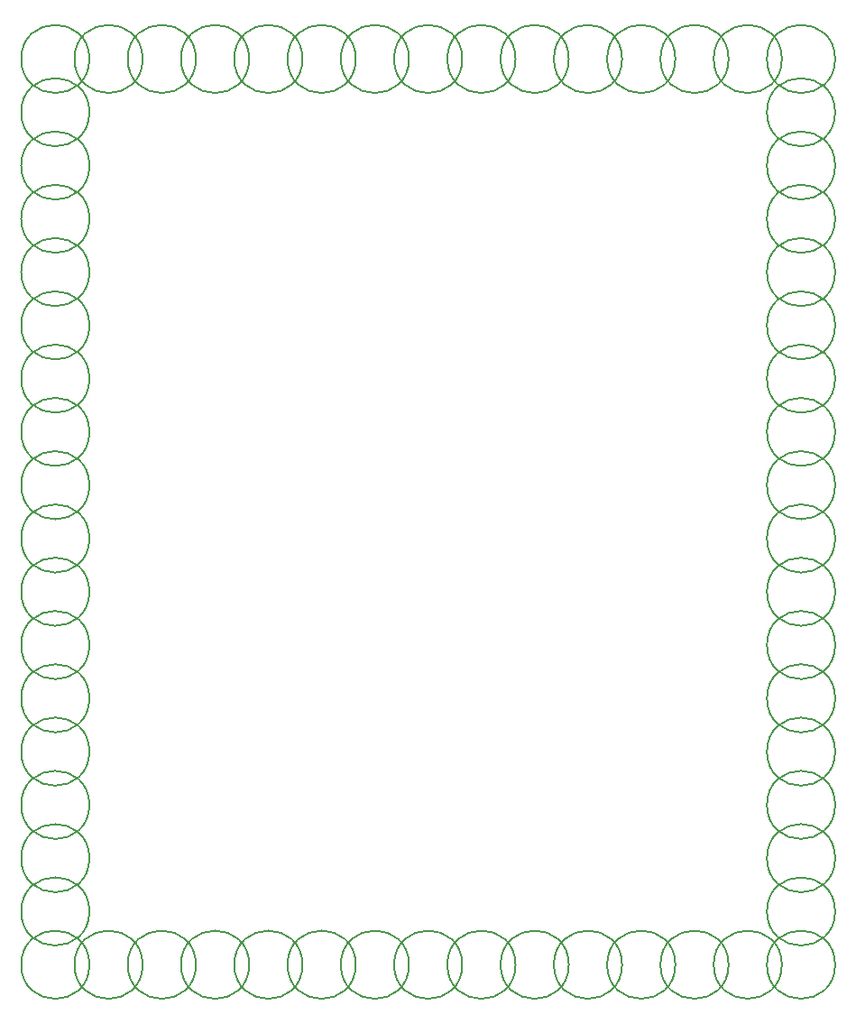
<source format=gbr>
%TF.GenerationSoftware,KiCad,Pcbnew,7.0.6*%
%TF.CreationDate,2023-12-18T00:28:03+09:00*%
%TF.ProjectId,Controller_20220713_TOINIOT2,436f6e74-726f-46c6-9c65-725f32303232,rev?*%
%TF.SameCoordinates,Original*%
%TF.FileFunction,Other,Comment*%
%FSLAX46Y46*%
G04 Gerber Fmt 4.6, Leading zero omitted, Abs format (unit mm)*
G04 Created by KiCad (PCBNEW 7.0.6) date 2023-12-18 00:28:03*
%MOMM*%
%LPD*%
G01*
G04 APERTURE LIST*
%ADD10C,0.150000*%
G04 APERTURE END LIST*
D10*
%TO.C,REF\u002A\u002A*%
X88200000Y-20000000D02*
G75*
G03*
X88200000Y-20000000I-3200000J0D01*
G01*
X53200000Y-20000000D02*
G75*
G03*
X53200000Y-20000000I-3200000J0D01*
G01*
X93200000Y-65000000D02*
G75*
G03*
X93200000Y-65000000I-3200000J0D01*
G01*
X23200000Y-35000000D02*
G75*
G03*
X23200000Y-35000000I-3200000J0D01*
G01*
X63200000Y-20000000D02*
G75*
G03*
X63200000Y-20000000I-3200000J0D01*
G01*
X73200000Y-105000000D02*
G75*
G03*
X73200000Y-105000000I-3200000J0D01*
G01*
X28200000Y-20000000D02*
G75*
G03*
X28200000Y-20000000I-3200000J0D01*
G01*
X43200000Y-105000000D02*
G75*
G03*
X43200000Y-105000000I-3200000J0D01*
G01*
X43200000Y-20000000D02*
G75*
G03*
X43200000Y-20000000I-3200000J0D01*
G01*
X73200000Y-20000000D02*
G75*
G03*
X73200000Y-20000000I-3200000J0D01*
G01*
X23200000Y-40000000D02*
G75*
G03*
X23200000Y-40000000I-3200000J0D01*
G01*
X63200000Y-105000000D02*
G75*
G03*
X63200000Y-105000000I-3200000J0D01*
G01*
X38200000Y-105000000D02*
G75*
G03*
X38200000Y-105000000I-3200000J0D01*
G01*
X23200000Y-80000000D02*
G75*
G03*
X23200000Y-80000000I-3200000J0D01*
G01*
X48200000Y-105000000D02*
G75*
G03*
X48200000Y-105000000I-3200000J0D01*
G01*
X23200000Y-50000000D02*
G75*
G03*
X23200000Y-50000000I-3200000J0D01*
G01*
X93200000Y-25000000D02*
G75*
G03*
X93200000Y-25000000I-3200000J0D01*
G01*
X33200000Y-20000000D02*
G75*
G03*
X33200000Y-20000000I-3200000J0D01*
G01*
X93200000Y-80000000D02*
G75*
G03*
X93200000Y-80000000I-3200000J0D01*
G01*
X58200000Y-105000000D02*
G75*
G03*
X58200000Y-105000000I-3200000J0D01*
G01*
X23200000Y-75000000D02*
G75*
G03*
X23200000Y-75000000I-3200000J0D01*
G01*
X93200000Y-95000000D02*
G75*
G03*
X93200000Y-95000000I-3200000J0D01*
G01*
X93200000Y-30000000D02*
G75*
G03*
X93200000Y-30000000I-3200000J0D01*
G01*
X93200000Y-105000000D02*
G75*
G03*
X93200000Y-105000000I-3200000J0D01*
G01*
X93200000Y-60000000D02*
G75*
G03*
X93200000Y-60000000I-3200000J0D01*
G01*
X78200000Y-20000000D02*
G75*
G03*
X78200000Y-20000000I-3200000J0D01*
G01*
X93200000Y-85000000D02*
G75*
G03*
X93200000Y-85000000I-3200000J0D01*
G01*
X93200000Y-75000000D02*
G75*
G03*
X93200000Y-75000000I-3200000J0D01*
G01*
X23200000Y-100000000D02*
G75*
G03*
X23200000Y-100000000I-3200000J0D01*
G01*
X78200000Y-105000000D02*
G75*
G03*
X78200000Y-105000000I-3200000J0D01*
G01*
X93200000Y-55000000D02*
G75*
G03*
X93200000Y-55000000I-3200000J0D01*
G01*
X68200000Y-20000000D02*
G75*
G03*
X68200000Y-20000000I-3200000J0D01*
G01*
X28200000Y-105000000D02*
G75*
G03*
X28200000Y-105000000I-3200000J0D01*
G01*
X23200000Y-60000000D02*
G75*
G03*
X23200000Y-60000000I-3200000J0D01*
G01*
X23200000Y-70000000D02*
G75*
G03*
X23200000Y-70000000I-3200000J0D01*
G01*
X23200000Y-65000000D02*
G75*
G03*
X23200000Y-65000000I-3200000J0D01*
G01*
X23200000Y-95000000D02*
G75*
G03*
X23200000Y-95000000I-3200000J0D01*
G01*
X23200000Y-20000000D02*
G75*
G03*
X23200000Y-20000000I-3200000J0D01*
G01*
X38200000Y-20000000D02*
G75*
G03*
X38200000Y-20000000I-3200000J0D01*
G01*
X58200000Y-20000000D02*
G75*
G03*
X58200000Y-20000000I-3200000J0D01*
G01*
X23200000Y-105000000D02*
G75*
G03*
X23200000Y-105000000I-3200000J0D01*
G01*
X93200000Y-35000000D02*
G75*
G03*
X93200000Y-35000000I-3200000J0D01*
G01*
X93200000Y-100000000D02*
G75*
G03*
X93200000Y-100000000I-3200000J0D01*
G01*
X23200000Y-85000000D02*
G75*
G03*
X23200000Y-85000000I-3200000J0D01*
G01*
X88200000Y-105000000D02*
G75*
G03*
X88200000Y-105000000I-3200000J0D01*
G01*
X93200000Y-90000000D02*
G75*
G03*
X93200000Y-90000000I-3200000J0D01*
G01*
X93200000Y-70000000D02*
G75*
G03*
X93200000Y-70000000I-3200000J0D01*
G01*
X93200000Y-50000000D02*
G75*
G03*
X93200000Y-50000000I-3200000J0D01*
G01*
X23200000Y-90000000D02*
G75*
G03*
X23200000Y-90000000I-3200000J0D01*
G01*
X23200000Y-30000000D02*
G75*
G03*
X23200000Y-30000000I-3200000J0D01*
G01*
X48200000Y-20000000D02*
G75*
G03*
X48200000Y-20000000I-3200000J0D01*
G01*
X23200000Y-25000000D02*
G75*
G03*
X23200000Y-25000000I-3200000J0D01*
G01*
X33200000Y-105000000D02*
G75*
G03*
X33200000Y-105000000I-3200000J0D01*
G01*
X93200000Y-40000000D02*
G75*
G03*
X93200000Y-40000000I-3200000J0D01*
G01*
X83200000Y-20000000D02*
G75*
G03*
X83200000Y-20000000I-3200000J0D01*
G01*
X68200000Y-105000000D02*
G75*
G03*
X68200000Y-105000000I-3200000J0D01*
G01*
X23200000Y-45000000D02*
G75*
G03*
X23200000Y-45000000I-3200000J0D01*
G01*
X93200000Y-20000000D02*
G75*
G03*
X93200000Y-20000000I-3200000J0D01*
G01*
X23200000Y-55000000D02*
G75*
G03*
X23200000Y-55000000I-3200000J0D01*
G01*
X53200000Y-105000000D02*
G75*
G03*
X53200000Y-105000000I-3200000J0D01*
G01*
X93200000Y-45000000D02*
G75*
G03*
X93200000Y-45000000I-3200000J0D01*
G01*
X83200000Y-105000000D02*
G75*
G03*
X83200000Y-105000000I-3200000J0D01*
G01*
%TD*%
M02*

</source>
